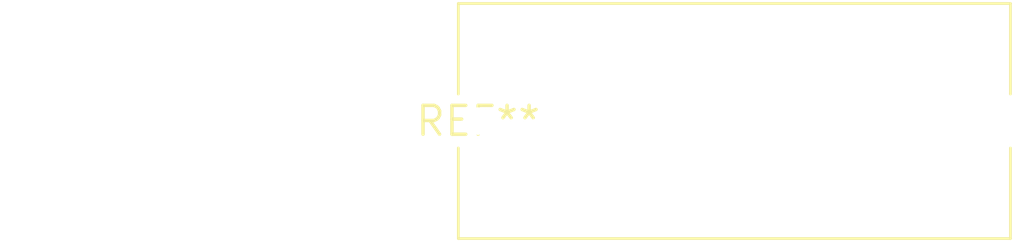
<source format=kicad_pcb>
(kicad_pcb (version 20240108) (generator pcbnew)
  (layers (0 "F.Cu" signal) (31 "B.Cu" signal) (34 "B.Paste" user) (35 "F.Paste" user) (36 "B.SilkS" user "B.Silkscreen") (37 "F.SilkS" user "F.Silkscreen") (38 "B.Mask" user) (39 "F.Mask" user) (44 "Edge.Cuts" user))
  (net 0 "")
  (footprint "C_Rect_L24.0mm_W10.1mm_P22.50mm_MKT" (layer "F.Cu") (at 0 0)
    (property "Reference" "REF**")
    (property "Value" "C_Rect_L24.0mm_W10.1mm_P22.50mm_MKT")
    (fp_line (start -0.87 -5.17) (end -0.87 -1.185) (layer "F.SilkS") (stroke (width 0.12)))
    (fp_line (start -0.87 -5.17) (end 23.37 -5.17) (layer "F.SilkS") (stroke (width 0.12)))
    (fp_line (start -0.87 1.185) (end -0.87 5.17) (layer "F.SilkS") (stroke (width 0.12)))
    (fp_line (start -0.87 5.17) (end 23.37 5.17) (layer "F.SilkS") (stroke (width 0.12)))
    (fp_line (start 23.37 -5.17) (end 23.37 -1.185) (layer "F.SilkS") (stroke (width 0.12)))
    (fp_line (start 23.37 1.185) (end 23.37 5.17) (layer "F.SilkS") (stroke (width 0.12)))
    (pad "1" thru_hole circle (at 0 0) (size 2.4 2.4) (drill 1.2) (layers *.Cu *.Mask) (remove_unused_layers))
    (pad "2" thru_hole circle (at 22.5 0) (size 2.4 2.4) (drill 1.2) (layers *.Cu *.Mask) (remove_unused_layers))
  )
)
</source>
